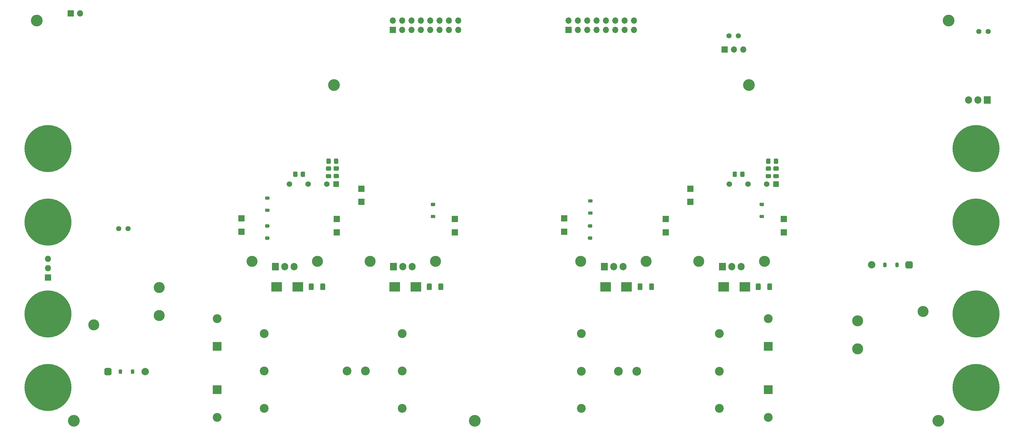
<source format=gbs>
G04 #@! TF.GenerationSoftware,KiCad,Pcbnew,8.0.5*
G04 #@! TF.CreationDate,2024-12-19T18:07:51+01:00*
G04 #@! TF.ProjectId,buck-boost-xp,6275636b-2d62-46f6-9f73-742d78702e6b,rev?*
G04 #@! TF.SameCoordinates,Original*
G04 #@! TF.FileFunction,Soldermask,Bot*
G04 #@! TF.FilePolarity,Negative*
%FSLAX46Y46*%
G04 Gerber Fmt 4.6, Leading zero omitted, Abs format (unit mm)*
G04 Created by KiCad (PCBNEW 8.0.5) date 2024-12-19 18:07:51*
%MOMM*%
%LPD*%
G01*
G04 APERTURE LIST*
%ADD10R,1.700000X1.700000*%
%ADD11O,1.700000X1.700000*%
%ADD12R,1.905000X2.000000*%
%ADD13O,1.905000X2.000000*%
%ADD14R,2.400000X2.400000*%
%ADD15C,2.400000*%
%ADD16C,12.800000*%
%ADD17C,3.200000*%
%ADD18R,1.500000X1.500000*%
%ADD19C,1.500000*%
%ADD20C,1.400000*%
%ADD21C,3.000000*%
%ADD22C,2.000000*%
%ADD23R,2.918000X2.600000*%
G04 APERTURE END LIST*
D10*
X204165000Y-56840000D03*
D11*
X206705000Y-56840000D03*
X209245000Y-56840000D03*
D12*
X114215200Y-115874200D03*
D13*
X116755200Y-115874200D03*
X119295200Y-115874200D03*
D14*
X216040000Y-149306660D03*
D15*
X216040000Y-156806660D03*
D10*
X130890000Y-106540000D03*
D14*
X66290000Y-149306660D03*
D15*
X66290000Y-156806660D03*
D16*
X20290000Y-128740000D03*
D15*
X202790000Y-154390000D03*
X202790000Y-144290000D03*
X202790000Y-134090000D03*
X180290000Y-144290000D03*
X175290000Y-144290000D03*
X165290000Y-154390000D03*
X165290000Y-144290000D03*
X165290000Y-134090000D03*
D10*
X26515000Y-47040000D03*
D11*
X29055000Y-47040000D03*
D16*
X20290000Y-83740000D03*
D10*
X194870134Y-94679968D03*
D17*
X265040000Y-48990000D03*
D10*
X188175000Y-102884300D03*
D18*
X218151734Y-93386025D03*
D19*
X215611734Y-93386025D03*
X210531734Y-93386025D03*
X205451734Y-93386025D03*
D20*
X42040000Y-105550000D03*
X39500000Y-105550000D03*
D10*
X105508400Y-98280643D03*
D16*
X20290000Y-148740000D03*
D21*
X258150000Y-128090000D03*
X240370000Y-138250000D03*
X240370000Y-130630000D03*
G36*
G01*
X254840000Y-116390000D02*
X253840000Y-116390000D01*
G75*
G02*
X253340000Y-115890000I0J500000D01*
G01*
X253340000Y-114890000D01*
G75*
G02*
X253840000Y-114390000I500000J0D01*
G01*
X254840000Y-114390000D01*
G75*
G02*
X255340000Y-114890000I0J-500000D01*
G01*
X255340000Y-115890000D01*
G75*
G02*
X254840000Y-116390000I-500000J0D01*
G01*
G37*
D22*
X244180000Y-115390000D03*
D14*
X66290000Y-137490000D03*
D15*
X66290000Y-129990000D03*
D10*
X160579000Y-102740000D03*
D20*
X207940000Y-53140000D03*
X205400000Y-53140000D03*
D17*
X262290000Y-157740000D03*
D16*
X272540000Y-103740000D03*
D10*
X220251734Y-102886025D03*
D21*
X125615200Y-114429200D03*
X107815200Y-114429200D03*
D10*
X98815000Y-106506700D03*
D17*
X27290000Y-157740000D03*
D16*
X20290000Y-103740000D03*
D10*
X105508400Y-94678243D03*
X160579000Y-106362400D03*
X114010000Y-51480000D03*
D11*
X114010000Y-48940000D03*
X116550000Y-51480000D03*
X116550000Y-48940000D03*
X119090000Y-51480000D03*
X119090000Y-48940000D03*
X121630000Y-51480000D03*
X121630000Y-48940000D03*
X124170000Y-51480000D03*
X124170000Y-48940000D03*
X126710000Y-51480000D03*
X126710000Y-48940000D03*
X129250000Y-51480000D03*
X129250000Y-48940000D03*
X131790000Y-51480000D03*
X131790000Y-48940000D03*
D10*
X130890000Y-102884300D03*
D12*
X275557291Y-70525000D03*
D13*
X273017291Y-70525000D03*
X270477291Y-70525000D03*
D14*
X216040000Y-137490000D03*
D15*
X216040000Y-129990000D03*
D16*
X272540000Y-148740000D03*
D12*
X171490000Y-115874000D03*
D13*
X174030000Y-115874000D03*
X176570000Y-115874000D03*
D10*
X72879400Y-106362400D03*
X194870134Y-98282368D03*
D16*
X272540000Y-128740000D03*
D10*
X72879400Y-102740000D03*
D17*
X98040000Y-66490000D03*
D10*
X98815000Y-102884300D03*
X220251734Y-106508425D03*
X188175000Y-106506700D03*
D20*
X275832300Y-51970000D03*
X273292300Y-51970000D03*
D21*
X75719200Y-114429200D03*
X93519200Y-114429200D03*
D12*
X203600867Y-115878968D03*
D13*
X206140867Y-115878968D03*
X208680867Y-115878968D03*
D21*
X32790000Y-131700000D03*
X50570000Y-121540000D03*
X50570000Y-129160000D03*
G36*
G01*
X36100000Y-143400000D02*
X37100000Y-143400000D01*
G75*
G02*
X37600000Y-143900000I0J-500000D01*
G01*
X37600000Y-144900000D01*
G75*
G02*
X37100000Y-145400000I-500000J0D01*
G01*
X36100000Y-145400000D01*
G75*
G02*
X35600000Y-144900000I0J500000D01*
G01*
X35600000Y-143900000D01*
G75*
G02*
X36100000Y-143400000I500000J0D01*
G01*
G37*
D22*
X46760000Y-144400000D03*
D18*
X98633750Y-93386057D03*
D19*
X96093750Y-93386057D03*
X91013750Y-93386057D03*
X85933750Y-93386057D03*
D12*
X82119200Y-115874200D03*
D13*
X84659200Y-115874200D03*
X87199200Y-115874200D03*
D16*
X272540000Y-83740000D03*
D17*
X136290000Y-157740000D03*
X210790000Y-66490000D03*
X17290000Y-48990000D03*
D15*
X79040000Y-134090000D03*
X79040000Y-144190000D03*
X79040000Y-154390000D03*
X101540000Y-144190000D03*
X106540000Y-144190000D03*
X116540000Y-134090000D03*
X116540000Y-144190000D03*
X116540000Y-154390000D03*
D21*
X165090000Y-114429000D03*
X182890000Y-114429000D03*
X197200867Y-114433968D03*
X215000867Y-114433968D03*
D10*
X20290000Y-118780000D03*
D11*
X20290000Y-116240000D03*
X20290000Y-113700000D03*
D10*
X161790000Y-51480000D03*
D11*
X161790000Y-48940000D03*
X164330000Y-51480000D03*
X164330000Y-48940000D03*
X166870000Y-51480000D03*
X166870000Y-48940000D03*
X169410000Y-51480000D03*
X169410000Y-48940000D03*
X171950000Y-51480000D03*
X171950000Y-48940000D03*
X174490000Y-51480000D03*
X174490000Y-48940000D03*
X177030000Y-51480000D03*
X177030000Y-48940000D03*
X179570000Y-51480000D03*
X179570000Y-48940000D03*
G36*
G01*
X212655867Y-121983968D02*
X212655867Y-120683968D01*
G75*
G02*
X212905867Y-120433968I250000J0D01*
G01*
X213730867Y-120433968D01*
G75*
G02*
X213980867Y-120683968I0J-250000D01*
G01*
X213980867Y-121983968D01*
G75*
G02*
X213730867Y-122233968I-250000J0D01*
G01*
X212905867Y-122233968D01*
G75*
G02*
X212655867Y-121983968I0J250000D01*
G01*
G37*
G36*
G01*
X215780867Y-121983968D02*
X215780867Y-120683968D01*
G75*
G02*
X216030867Y-120433968I250000J0D01*
G01*
X216855867Y-120433968D01*
G75*
G02*
X217105867Y-120683968I0J-250000D01*
G01*
X217105867Y-121983968D01*
G75*
G02*
X216855867Y-122233968I-250000J0D01*
G01*
X216030867Y-122233968D01*
G75*
G02*
X215780867Y-121983968I0J250000D01*
G01*
G37*
G36*
G01*
X213926734Y-98490000D02*
X214676734Y-98490000D01*
G75*
G02*
X214901734Y-98715000I0J-225000D01*
G01*
X214901734Y-99165000D01*
G75*
G02*
X214676734Y-99390000I-225000J0D01*
G01*
X213926734Y-99390000D01*
G75*
G02*
X213701734Y-99165000I0J225000D01*
G01*
X213701734Y-98715000D01*
G75*
G02*
X213926734Y-98490000I225000J0D01*
G01*
G37*
G36*
G01*
X213926734Y-101790000D02*
X214676734Y-101790000D01*
G75*
G02*
X214901734Y-102015000I0J-225000D01*
G01*
X214901734Y-102465000D01*
G75*
G02*
X214676734Y-102690000I-225000J0D01*
G01*
X213926734Y-102690000D01*
G75*
G02*
X213701734Y-102465000I0J225000D01*
G01*
X213701734Y-102015000D01*
G75*
G02*
X213926734Y-101790000I225000J0D01*
G01*
G37*
G36*
G01*
X124565000Y-98490000D02*
X125315000Y-98490000D01*
G75*
G02*
X125540000Y-98715000I0J-225000D01*
G01*
X125540000Y-99165000D01*
G75*
G02*
X125315000Y-99390000I-225000J0D01*
G01*
X124565000Y-99390000D01*
G75*
G02*
X124340000Y-99165000I0J225000D01*
G01*
X124340000Y-98715000D01*
G75*
G02*
X124565000Y-98490000I225000J0D01*
G01*
G37*
G36*
G01*
X124565000Y-101790000D02*
X125315000Y-101790000D01*
G75*
G02*
X125540000Y-102015000I0J-225000D01*
G01*
X125540000Y-102465000D01*
G75*
G02*
X125315000Y-102690000I-225000J0D01*
G01*
X124565000Y-102690000D01*
G75*
G02*
X124340000Y-102465000I0J225000D01*
G01*
X124340000Y-102015000D01*
G75*
G02*
X124565000Y-101790000I225000J0D01*
G01*
G37*
D23*
X82461400Y-121329200D03*
X88179400Y-121329200D03*
G36*
G01*
X215640000Y-88626250D02*
X216540000Y-88626250D01*
G75*
G02*
X216790000Y-88876250I0J-250000D01*
G01*
X216790000Y-89526250D01*
G75*
G02*
X216540000Y-89776250I-250000J0D01*
G01*
X215640000Y-89776250D01*
G75*
G02*
X215390000Y-89526250I0J250000D01*
G01*
X215390000Y-88876250D01*
G75*
G02*
X215640000Y-88626250I250000J0D01*
G01*
G37*
G36*
G01*
X215640000Y-90676250D02*
X216540000Y-90676250D01*
G75*
G02*
X216790000Y-90926250I0J-250000D01*
G01*
X216790000Y-91576250D01*
G75*
G02*
X216540000Y-91826250I-250000J0D01*
G01*
X215640000Y-91826250D01*
G75*
G02*
X215390000Y-91576250I0J250000D01*
G01*
X215390000Y-90926250D01*
G75*
G02*
X215640000Y-90676250I250000J0D01*
G01*
G37*
G36*
G01*
X96110000Y-88632500D02*
X97010000Y-88632500D01*
G75*
G02*
X97260000Y-88882500I0J-250000D01*
G01*
X97260000Y-89532500D01*
G75*
G02*
X97010000Y-89782500I-250000J0D01*
G01*
X96110000Y-89782500D01*
G75*
G02*
X95860000Y-89532500I0J250000D01*
G01*
X95860000Y-88882500D01*
G75*
G02*
X96110000Y-88632500I250000J0D01*
G01*
G37*
G36*
G01*
X96110000Y-90682500D02*
X97010000Y-90682500D01*
G75*
G02*
X97260000Y-90932500I0J-250000D01*
G01*
X97260000Y-91582500D01*
G75*
G02*
X97010000Y-91832500I-250000J0D01*
G01*
X96110000Y-91832500D01*
G75*
G02*
X95860000Y-91582500I0J250000D01*
G01*
X95860000Y-90932500D01*
G75*
G02*
X96110000Y-90682500I250000J0D01*
G01*
G37*
X114555200Y-121329200D03*
X120273200Y-121329200D03*
G36*
G01*
X251490000Y-115015000D02*
X251490000Y-115765000D01*
G75*
G02*
X251265000Y-115990000I-225000J0D01*
G01*
X250815000Y-115990000D01*
G75*
G02*
X250590000Y-115765000I0J225000D01*
G01*
X250590000Y-115015000D01*
G75*
G02*
X250815000Y-114790000I225000J0D01*
G01*
X251265000Y-114790000D01*
G75*
G02*
X251490000Y-115015000I0J-225000D01*
G01*
G37*
G36*
G01*
X248190000Y-115015000D02*
X248190000Y-115765000D01*
G75*
G02*
X247965000Y-115990000I-225000J0D01*
G01*
X247515000Y-115990000D01*
G75*
G02*
X247290000Y-115765000I0J225000D01*
G01*
X247290000Y-115015000D01*
G75*
G02*
X247515000Y-114790000I225000J0D01*
G01*
X247965000Y-114790000D01*
G75*
G02*
X248190000Y-115015000I0J-225000D01*
G01*
G37*
G36*
G01*
X206365000Y-91215000D02*
X206365000Y-90265000D01*
G75*
G02*
X206615000Y-90015000I250000J0D01*
G01*
X207290000Y-90015000D01*
G75*
G02*
X207540000Y-90265000I0J-250000D01*
G01*
X207540000Y-91215000D01*
G75*
G02*
X207290000Y-91465000I-250000J0D01*
G01*
X206615000Y-91465000D01*
G75*
G02*
X206365000Y-91215000I0J250000D01*
G01*
G37*
G36*
G01*
X208440000Y-91215000D02*
X208440000Y-90265000D01*
G75*
G02*
X208690000Y-90015000I250000J0D01*
G01*
X209365000Y-90015000D01*
G75*
G02*
X209615000Y-90265000I0J-250000D01*
G01*
X209615000Y-91215000D01*
G75*
G02*
X209365000Y-91465000I-250000J0D01*
G01*
X208690000Y-91465000D01*
G75*
G02*
X208440000Y-91215000I0J250000D01*
G01*
G37*
G36*
G01*
X180545000Y-121979000D02*
X180545000Y-120679000D01*
G75*
G02*
X180795000Y-120429000I250000J0D01*
G01*
X181620000Y-120429000D01*
G75*
G02*
X181870000Y-120679000I0J-250000D01*
G01*
X181870000Y-121979000D01*
G75*
G02*
X181620000Y-122229000I-250000J0D01*
G01*
X180795000Y-122229000D01*
G75*
G02*
X180545000Y-121979000I0J250000D01*
G01*
G37*
G36*
G01*
X183670000Y-121979000D02*
X183670000Y-120679000D01*
G75*
G02*
X183920000Y-120429000I250000J0D01*
G01*
X184745000Y-120429000D01*
G75*
G02*
X184995000Y-120679000I0J-250000D01*
G01*
X184995000Y-121979000D01*
G75*
G02*
X184745000Y-122229000I-250000J0D01*
G01*
X183920000Y-122229000D01*
G75*
G02*
X183670000Y-121979000I0J250000D01*
G01*
G37*
G36*
G01*
X215495000Y-87701250D02*
X215495000Y-86751250D01*
G75*
G02*
X215745000Y-86501250I250000J0D01*
G01*
X216420000Y-86501250D01*
G75*
G02*
X216670000Y-86751250I0J-250000D01*
G01*
X216670000Y-87701250D01*
G75*
G02*
X216420000Y-87951250I-250000J0D01*
G01*
X215745000Y-87951250D01*
G75*
G02*
X215495000Y-87701250I0J250000D01*
G01*
G37*
G36*
G01*
X217570000Y-87701250D02*
X217570000Y-86751250D01*
G75*
G02*
X217820000Y-86501250I250000J0D01*
G01*
X218495000Y-86501250D01*
G75*
G02*
X218745000Y-86751250I0J-250000D01*
G01*
X218745000Y-87701250D01*
G75*
G02*
X218495000Y-87951250I-250000J0D01*
G01*
X217820000Y-87951250D01*
G75*
G02*
X217570000Y-87701250I0J250000D01*
G01*
G37*
G36*
G01*
X167315000Y-97540000D02*
X168065000Y-97540000D01*
G75*
G02*
X168290000Y-97765000I0J-225000D01*
G01*
X168290000Y-98215000D01*
G75*
G02*
X168065000Y-98440000I-225000J0D01*
G01*
X167315000Y-98440000D01*
G75*
G02*
X167090000Y-98215000I0J225000D01*
G01*
X167090000Y-97765000D01*
G75*
G02*
X167315000Y-97540000I225000J0D01*
G01*
G37*
G36*
G01*
X167315000Y-100840000D02*
X168065000Y-100840000D01*
G75*
G02*
X168290000Y-101065000I0J-225000D01*
G01*
X168290000Y-101515000D01*
G75*
G02*
X168065000Y-101740000I-225000J0D01*
G01*
X167315000Y-101740000D01*
G75*
G02*
X167090000Y-101515000I0J225000D01*
G01*
X167090000Y-101065000D01*
G75*
G02*
X167315000Y-100840000I225000J0D01*
G01*
G37*
X171830000Y-121329000D03*
X177548000Y-121329000D03*
G36*
G01*
X39540000Y-144775000D02*
X39540000Y-144025000D01*
G75*
G02*
X39765000Y-143800000I225000J0D01*
G01*
X40215000Y-143800000D01*
G75*
G02*
X40440000Y-144025000I0J-225000D01*
G01*
X40440000Y-144775000D01*
G75*
G02*
X40215000Y-145000000I-225000J0D01*
G01*
X39765000Y-145000000D01*
G75*
G02*
X39540000Y-144775000I0J225000D01*
G01*
G37*
G36*
G01*
X42840000Y-144775000D02*
X42840000Y-144025000D01*
G75*
G02*
X43065000Y-143800000I225000J0D01*
G01*
X43515000Y-143800000D01*
G75*
G02*
X43740000Y-144025000I0J-225000D01*
G01*
X43740000Y-144775000D01*
G75*
G02*
X43515000Y-145000000I-225000J0D01*
G01*
X43065000Y-145000000D01*
G75*
G02*
X42840000Y-144775000I0J225000D01*
G01*
G37*
G36*
G01*
X95965000Y-87677500D02*
X95965000Y-86727500D01*
G75*
G02*
X96215000Y-86477500I250000J0D01*
G01*
X96890000Y-86477500D01*
G75*
G02*
X97140000Y-86727500I0J-250000D01*
G01*
X97140000Y-87677500D01*
G75*
G02*
X96890000Y-87927500I-250000J0D01*
G01*
X96215000Y-87927500D01*
G75*
G02*
X95965000Y-87677500I0J250000D01*
G01*
G37*
G36*
G01*
X98040000Y-87677500D02*
X98040000Y-86727500D01*
G75*
G02*
X98290000Y-86477500I250000J0D01*
G01*
X98965000Y-86477500D01*
G75*
G02*
X99215000Y-86727500I0J-250000D01*
G01*
X99215000Y-87677500D01*
G75*
G02*
X98965000Y-87927500I-250000J0D01*
G01*
X98290000Y-87927500D01*
G75*
G02*
X98040000Y-87677500I0J250000D01*
G01*
G37*
G36*
G01*
X86933750Y-91215000D02*
X86933750Y-90265000D01*
G75*
G02*
X87183750Y-90015000I250000J0D01*
G01*
X87858750Y-90015000D01*
G75*
G02*
X88108750Y-90265000I0J-250000D01*
G01*
X88108750Y-91215000D01*
G75*
G02*
X87858750Y-91465000I-250000J0D01*
G01*
X87183750Y-91465000D01*
G75*
G02*
X86933750Y-91215000I0J250000D01*
G01*
G37*
G36*
G01*
X89008750Y-91215000D02*
X89008750Y-90265000D01*
G75*
G02*
X89258750Y-90015000I250000J0D01*
G01*
X89933750Y-90015000D01*
G75*
G02*
X90183750Y-90265000I0J-250000D01*
G01*
X90183750Y-91215000D01*
G75*
G02*
X89933750Y-91465000I-250000J0D01*
G01*
X89258750Y-91465000D01*
G75*
G02*
X89008750Y-91215000I0J250000D01*
G01*
G37*
G36*
G01*
X218645000Y-91851250D02*
X217695000Y-91851250D01*
G75*
G02*
X217445000Y-91601250I0J250000D01*
G01*
X217445000Y-90926250D01*
G75*
G02*
X217695000Y-90676250I250000J0D01*
G01*
X218645000Y-90676250D01*
G75*
G02*
X218895000Y-90926250I0J-250000D01*
G01*
X218895000Y-91601250D01*
G75*
G02*
X218645000Y-91851250I-250000J0D01*
G01*
G37*
G36*
G01*
X218645000Y-89776250D02*
X217695000Y-89776250D01*
G75*
G02*
X217445000Y-89526250I0J250000D01*
G01*
X217445000Y-88851250D01*
G75*
G02*
X217695000Y-88601250I250000J0D01*
G01*
X218645000Y-88601250D01*
G75*
G02*
X218895000Y-88851250I0J-250000D01*
G01*
X218895000Y-89526250D01*
G75*
G02*
X218645000Y-89776250I-250000J0D01*
G01*
G37*
G36*
G01*
X167265000Y-104340000D02*
X168015000Y-104340000D01*
G75*
G02*
X168240000Y-104565000I0J-225000D01*
G01*
X168240000Y-105015000D01*
G75*
G02*
X168015000Y-105240000I-225000J0D01*
G01*
X167265000Y-105240000D01*
G75*
G02*
X167040000Y-105015000I0J225000D01*
G01*
X167040000Y-104565000D01*
G75*
G02*
X167265000Y-104340000I225000J0D01*
G01*
G37*
G36*
G01*
X167265000Y-107640000D02*
X168015000Y-107640000D01*
G75*
G02*
X168240000Y-107865000I0J-225000D01*
G01*
X168240000Y-108315000D01*
G75*
G02*
X168015000Y-108540000I-225000J0D01*
G01*
X167265000Y-108540000D01*
G75*
G02*
X167040000Y-108315000I0J225000D01*
G01*
X167040000Y-107865000D01*
G75*
G02*
X167265000Y-107640000I225000J0D01*
G01*
G37*
G36*
G01*
X79515000Y-104353600D02*
X80265000Y-104353600D01*
G75*
G02*
X80490000Y-104578600I0J-225000D01*
G01*
X80490000Y-105028600D01*
G75*
G02*
X80265000Y-105253600I-225000J0D01*
G01*
X79515000Y-105253600D01*
G75*
G02*
X79290000Y-105028600I0J225000D01*
G01*
X79290000Y-104578600D01*
G75*
G02*
X79515000Y-104353600I225000J0D01*
G01*
G37*
G36*
G01*
X79515000Y-107653600D02*
X80265000Y-107653600D01*
G75*
G02*
X80490000Y-107878600I0J-225000D01*
G01*
X80490000Y-108328600D01*
G75*
G02*
X80265000Y-108553600I-225000J0D01*
G01*
X79515000Y-108553600D01*
G75*
G02*
X79290000Y-108328600I0J225000D01*
G01*
X79290000Y-107878600D01*
G75*
G02*
X79515000Y-107653600I225000J0D01*
G01*
G37*
G36*
G01*
X91176400Y-121979200D02*
X91176400Y-120679200D01*
G75*
G02*
X91426400Y-120429200I250000J0D01*
G01*
X92251400Y-120429200D01*
G75*
G02*
X92501400Y-120679200I0J-250000D01*
G01*
X92501400Y-121979200D01*
G75*
G02*
X92251400Y-122229200I-250000J0D01*
G01*
X91426400Y-122229200D01*
G75*
G02*
X91176400Y-121979200I0J250000D01*
G01*
G37*
G36*
G01*
X94301400Y-121979200D02*
X94301400Y-120679200D01*
G75*
G02*
X94551400Y-120429200I250000J0D01*
G01*
X95376400Y-120429200D01*
G75*
G02*
X95626400Y-120679200I0J-250000D01*
G01*
X95626400Y-121979200D01*
G75*
G02*
X95376400Y-122229200I-250000J0D01*
G01*
X94551400Y-122229200D01*
G75*
G02*
X94301400Y-121979200I0J250000D01*
G01*
G37*
G36*
G01*
X79542000Y-96784400D02*
X80292000Y-96784400D01*
G75*
G02*
X80517000Y-97009400I0J-225000D01*
G01*
X80517000Y-97459400D01*
G75*
G02*
X80292000Y-97684400I-225000J0D01*
G01*
X79542000Y-97684400D01*
G75*
G02*
X79317000Y-97459400I0J225000D01*
G01*
X79317000Y-97009400D01*
G75*
G02*
X79542000Y-96784400I225000J0D01*
G01*
G37*
G36*
G01*
X79542000Y-100084400D02*
X80292000Y-100084400D01*
G75*
G02*
X80517000Y-100309400I0J-225000D01*
G01*
X80517000Y-100759400D01*
G75*
G02*
X80292000Y-100984400I-225000J0D01*
G01*
X79542000Y-100984400D01*
G75*
G02*
X79317000Y-100759400I0J225000D01*
G01*
X79317000Y-100309400D01*
G75*
G02*
X79542000Y-100084400I225000J0D01*
G01*
G37*
G36*
G01*
X123270200Y-121979200D02*
X123270200Y-120679200D01*
G75*
G02*
X123520200Y-120429200I250000J0D01*
G01*
X124345200Y-120429200D01*
G75*
G02*
X124595200Y-120679200I0J-250000D01*
G01*
X124595200Y-121979200D01*
G75*
G02*
X124345200Y-122229200I-250000J0D01*
G01*
X123520200Y-122229200D01*
G75*
G02*
X123270200Y-121979200I0J250000D01*
G01*
G37*
G36*
G01*
X126395200Y-121979200D02*
X126395200Y-120679200D01*
G75*
G02*
X126645200Y-120429200I250000J0D01*
G01*
X127470200Y-120429200D01*
G75*
G02*
X127720200Y-120679200I0J-250000D01*
G01*
X127720200Y-121979200D01*
G75*
G02*
X127470200Y-122229200I-250000J0D01*
G01*
X126645200Y-122229200D01*
G75*
G02*
X126395200Y-121979200I0J250000D01*
G01*
G37*
X203940867Y-121333968D03*
X209658867Y-121333968D03*
G36*
G01*
X99115000Y-91827500D02*
X98165000Y-91827500D01*
G75*
G02*
X97915000Y-91577500I0J250000D01*
G01*
X97915000Y-90902500D01*
G75*
G02*
X98165000Y-90652500I250000J0D01*
G01*
X99115000Y-90652500D01*
G75*
G02*
X99365000Y-90902500I0J-250000D01*
G01*
X99365000Y-91577500D01*
G75*
G02*
X99115000Y-91827500I-250000J0D01*
G01*
G37*
G36*
G01*
X99115000Y-89752500D02*
X98165000Y-89752500D01*
G75*
G02*
X97915000Y-89502500I0J250000D01*
G01*
X97915000Y-88827500D01*
G75*
G02*
X98165000Y-88577500I250000J0D01*
G01*
X99115000Y-88577500D01*
G75*
G02*
X99365000Y-88827500I0J-250000D01*
G01*
X99365000Y-89502500D01*
G75*
G02*
X99115000Y-89752500I-250000J0D01*
G01*
G37*
M02*

</source>
